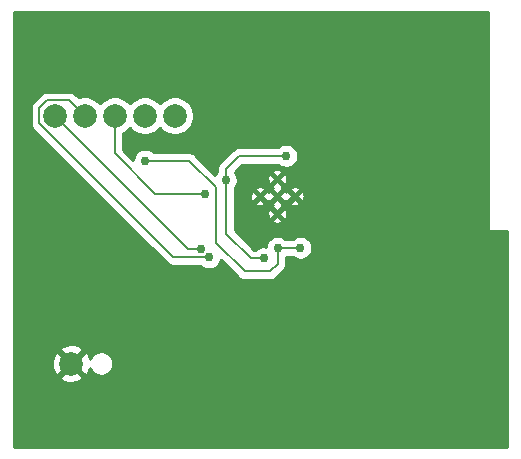
<source format=gbr>
G04 #@! TF.GenerationSoftware,KiCad,Pcbnew,(5.1.7)-1*
G04 #@! TF.CreationDate,2020-11-17T18:58:21-06:00*
G04 #@! TF.ProjectId,RFB,5246422e-6b69-4636-9164-5f7063625858,rev?*
G04 #@! TF.SameCoordinates,Original*
G04 #@! TF.FileFunction,Copper,L2,Bot*
G04 #@! TF.FilePolarity,Positive*
%FSLAX46Y46*%
G04 Gerber Fmt 4.6, Leading zero omitted, Abs format (unit mm)*
G04 Created by KiCad (PCBNEW (5.1.7)-1) date 2020-11-17 18:58:21*
%MOMM*%
%LPD*%
G01*
G04 APERTURE LIST*
G04 #@! TA.AperFunction,ComponentPad*
%ADD10C,2.000000*%
G04 #@! TD*
G04 #@! TA.AperFunction,ComponentPad*
%ADD11C,0.400000*%
G04 #@! TD*
G04 #@! TA.AperFunction,ViaPad*
%ADD12C,0.762000*%
G04 #@! TD*
G04 #@! TA.AperFunction,Conductor*
%ADD13C,0.203200*%
G04 #@! TD*
G04 #@! TA.AperFunction,Conductor*
%ADD14C,0.254000*%
G04 #@! TD*
G04 #@! TA.AperFunction,Conductor*
%ADD15C,0.100000*%
G04 #@! TD*
G04 APERTURE END LIST*
D10*
G04 #@! TO.P,J1,1*
G04 #@! TO.N,GND*
X107111400Y-81215800D03*
G04 #@! TD*
D11*
G04 #@! TO.P,TxRxMCU1,38*
G04 #@! TO.N,GND*
X123081400Y-67050800D03*
G04 #@! TO.P,TxRxMCU1,37*
X124556400Y-65575800D03*
G04 #@! TO.P,TxRxMCU1,36*
X126031400Y-67050800D03*
G04 #@! TO.P,TxRxMCU1,35*
X124556400Y-68525800D03*
G04 #@! TO.P,TxRxMCU1,34*
X124556400Y-67050800D03*
G04 #@! TD*
D10*
G04 #@! TO.P,J2,5*
G04 #@! TO.N,Net-(J2-Pad5)*
X105711400Y-60235800D03*
G04 #@! TO.P,J2,4*
G04 #@! TO.N,Net-(J2-Pad4)*
X108251400Y-60235800D03*
G04 #@! TO.P,J2,3*
G04 #@! TO.N,/nRESET*
X110791400Y-60235800D03*
G04 #@! TO.P,J2,2*
G04 #@! TO.N,/JTAG_TCKS*
X113331400Y-60235800D03*
G04 #@! TO.P,J2,1*
G04 #@! TO.N,/JTAG_TMSC*
X115871400Y-60235800D03*
G04 #@! TD*
D12*
G04 #@! TO.N,GND*
X141732000Y-70104000D03*
X141732000Y-70866000D03*
X141732000Y-71628000D03*
X141732000Y-72390000D03*
X141732000Y-73152000D03*
X141732000Y-73914000D03*
X141732000Y-74676000D03*
X141732000Y-75438000D03*
X141732000Y-76200000D03*
X141732000Y-76962000D03*
X141732000Y-77724000D03*
X140970000Y-70104000D03*
X140208000Y-70104000D03*
X139446000Y-70104000D03*
X141732000Y-78486000D03*
X141732000Y-67056000D03*
X140970000Y-67056000D03*
X140208000Y-67056000D03*
X139446000Y-67056000D03*
X141732000Y-66294000D03*
X141732000Y-65532000D03*
X141732000Y-64770000D03*
X141732000Y-64008000D03*
X141732000Y-63246000D03*
X138684000Y-67056000D03*
X141732000Y-79248000D03*
X141732000Y-80010000D03*
X141732000Y-81534000D03*
X141732000Y-80772000D03*
X141732000Y-82296000D03*
X141732000Y-83820000D03*
X141732000Y-83058000D03*
X141732000Y-84582000D03*
X141732000Y-86106000D03*
X141732000Y-85344000D03*
X141732000Y-86868000D03*
X141732000Y-87630000D03*
X137922000Y-67056000D03*
X137160000Y-67056000D03*
X136398000Y-67056000D03*
X135636000Y-67056000D03*
X134874000Y-67056000D03*
X141732000Y-62484000D03*
X141732000Y-61722000D03*
X141732000Y-60960000D03*
X141732000Y-60198000D03*
X141732000Y-59436000D03*
X141732000Y-58674000D03*
X141732000Y-57150000D03*
X141732000Y-57912000D03*
X141732000Y-56388000D03*
X141732000Y-55626000D03*
X141732000Y-54864000D03*
X141732000Y-54102000D03*
X141732000Y-53340000D03*
X141732000Y-52578000D03*
X141732000Y-51816000D03*
X111531400Y-70495800D03*
X124890400Y-54226800D03*
X124236400Y-80590800D03*
X143687800Y-75641200D03*
G04 #@! TO.N,/VDDS*
X120201400Y-65685800D03*
X125311400Y-63635800D03*
X123401400Y-72315800D03*
G04 #@! TO.N,/nRESET*
X118471400Y-66855800D03*
G04 #@! TO.N,/VDDR*
X126521400Y-71415800D03*
X113366400Y-64030800D03*
X124601400Y-71415800D03*
G04 #@! TO.N,Net-(J2-Pad5)*
X118071400Y-71505800D03*
G04 #@! TO.N,Net-(J2-Pad4)*
X118771400Y-72215800D03*
G04 #@! TD*
D13*
G04 #@! TO.N,/VDDS*
X123401400Y-72315800D02*
X122311400Y-72315800D01*
X120201400Y-70205800D02*
X120201400Y-65685800D01*
X122311400Y-72315800D02*
X120201400Y-70205800D01*
X120201400Y-65685800D02*
X120201400Y-64725800D01*
X121291400Y-63635800D02*
X125311400Y-63635800D01*
X120201400Y-64725800D02*
X121291400Y-63635800D01*
G04 #@! TO.N,/nRESET*
X118471400Y-66855800D02*
X114221400Y-66855800D01*
X110791400Y-63425800D02*
X110791400Y-60235800D01*
X114221400Y-66855800D02*
X110791400Y-63425800D01*
G04 #@! TO.N,/VDDR*
X124601400Y-71415800D02*
X126521400Y-71415800D01*
X113366400Y-64030800D02*
X117076400Y-64030800D01*
X117076400Y-64030800D02*
X119351400Y-66305800D01*
X119351400Y-66305800D02*
X119351400Y-70975800D01*
X119351400Y-70975800D02*
X121791400Y-73415800D01*
X121791400Y-73415800D02*
X123931400Y-73415800D01*
X124601400Y-72745800D02*
X124601400Y-71415800D01*
X123931400Y-73415800D02*
X124601400Y-72745800D01*
G04 #@! TO.N,Net-(J2-Pad5)*
X105711400Y-60235800D02*
X116981400Y-71505800D01*
X116981400Y-71505800D02*
X118071400Y-71505800D01*
G04 #@! TO.N,Net-(J2-Pad4)*
X104409799Y-60860569D02*
X115765030Y-72215800D01*
X104409799Y-59611031D02*
X104409799Y-60860569D01*
X105086631Y-58934199D02*
X104409799Y-59611031D01*
X106949799Y-58934199D02*
X105086631Y-58934199D01*
X108251400Y-60235800D02*
X106949799Y-58934199D01*
X115765030Y-72215800D02*
X118771400Y-72215800D01*
G04 #@! TD*
D14*
G04 #@! TO.N,GND*
X142373000Y-69850000D02*
X142375440Y-69874776D01*
X142382667Y-69898601D01*
X142394403Y-69920557D01*
X142410197Y-69939803D01*
X142429443Y-69955597D01*
X142451399Y-69967333D01*
X142475224Y-69974560D01*
X142500000Y-69977000D01*
X144018000Y-69977000D01*
X144018000Y-88240000D01*
X102260000Y-88240000D01*
X102260000Y-82351213D01*
X106155592Y-82351213D01*
X106251356Y-82615614D01*
X106540971Y-82756504D01*
X106852508Y-82838184D01*
X107173995Y-82857518D01*
X107493075Y-82813761D01*
X107797488Y-82708595D01*
X107971444Y-82615614D01*
X108067208Y-82351213D01*
X107111400Y-81395405D01*
X106155592Y-82351213D01*
X102260000Y-82351213D01*
X102260000Y-81278395D01*
X105469682Y-81278395D01*
X105513439Y-81597475D01*
X105618605Y-81901888D01*
X105711586Y-82075844D01*
X105975987Y-82171608D01*
X106931795Y-81215800D01*
X107291005Y-81215800D01*
X108246813Y-82171608D01*
X108511214Y-82075844D01*
X108652104Y-81786229D01*
X108696796Y-81615768D01*
X108734195Y-81706056D01*
X108847463Y-81875574D01*
X108991626Y-82019737D01*
X109161144Y-82133005D01*
X109349502Y-82211026D01*
X109549461Y-82250800D01*
X109753339Y-82250800D01*
X109953298Y-82211026D01*
X110141656Y-82133005D01*
X110311174Y-82019737D01*
X110455337Y-81875574D01*
X110568605Y-81706056D01*
X110646626Y-81517698D01*
X110686400Y-81317739D01*
X110686400Y-81113861D01*
X110646626Y-80913902D01*
X110568605Y-80725544D01*
X110455337Y-80556026D01*
X110311174Y-80411863D01*
X110141656Y-80298595D01*
X109953298Y-80220574D01*
X109753339Y-80180800D01*
X109549461Y-80180800D01*
X109349502Y-80220574D01*
X109161144Y-80298595D01*
X108991626Y-80411863D01*
X108847463Y-80556026D01*
X108734195Y-80725544D01*
X108700201Y-80807611D01*
X108604195Y-80529712D01*
X108511214Y-80355756D01*
X108246813Y-80259992D01*
X107291005Y-81215800D01*
X106931795Y-81215800D01*
X105975987Y-80259992D01*
X105711586Y-80355756D01*
X105570696Y-80645371D01*
X105489016Y-80956908D01*
X105469682Y-81278395D01*
X102260000Y-81278395D01*
X102260000Y-80080387D01*
X106155592Y-80080387D01*
X107111400Y-81036195D01*
X108067208Y-80080387D01*
X107971444Y-79815986D01*
X107681829Y-79675096D01*
X107370292Y-79593416D01*
X107048805Y-79574082D01*
X106729725Y-79617839D01*
X106425312Y-79723005D01*
X106251356Y-79815986D01*
X106155592Y-80080387D01*
X102260000Y-80080387D01*
X102260000Y-59611031D01*
X103669635Y-59611031D01*
X103673199Y-59647215D01*
X103673200Y-60824376D01*
X103669635Y-60860569D01*
X103681001Y-60975964D01*
X103683858Y-61004968D01*
X103702198Y-61065427D01*
X103725977Y-61143816D01*
X103794375Y-61271781D01*
X103799522Y-61278052D01*
X103886425Y-61383944D01*
X103914531Y-61407010D01*
X115218589Y-72711069D01*
X115241655Y-72739175D01*
X115353817Y-72831224D01*
X115481781Y-72899622D01*
X115550712Y-72920532D01*
X115620631Y-72941742D01*
X115765030Y-72955964D01*
X115801216Y-72952400D01*
X118071159Y-72952400D01*
X118123738Y-73004979D01*
X118290144Y-73116168D01*
X118475044Y-73192756D01*
X118671333Y-73231800D01*
X118871467Y-73231800D01*
X119067756Y-73192756D01*
X119252656Y-73116168D01*
X119419062Y-73004979D01*
X119560579Y-72863462D01*
X119671768Y-72697056D01*
X119748356Y-72512156D01*
X119764564Y-72430673D01*
X121244959Y-73911069D01*
X121268025Y-73939175D01*
X121380187Y-74031224D01*
X121508151Y-74099622D01*
X121647001Y-74141742D01*
X121755214Y-74152400D01*
X121755223Y-74152400D01*
X121791399Y-74155963D01*
X121827575Y-74152400D01*
X123895217Y-74152400D01*
X123931400Y-74155964D01*
X123967583Y-74152400D01*
X123967586Y-74152400D01*
X124075799Y-74141742D01*
X124214649Y-74099622D01*
X124342613Y-74031224D01*
X124454775Y-73939175D01*
X124477845Y-73911064D01*
X125096673Y-73292237D01*
X125124774Y-73269175D01*
X125147837Y-73241073D01*
X125147842Y-73241068D01*
X125216823Y-73157014D01*
X125216824Y-73157013D01*
X125285222Y-73029049D01*
X125327342Y-72890199D01*
X125338000Y-72781986D01*
X125338000Y-72781977D01*
X125341563Y-72745801D01*
X125338000Y-72709625D01*
X125338000Y-72152400D01*
X125821159Y-72152400D01*
X125873738Y-72204979D01*
X126040144Y-72316168D01*
X126225044Y-72392756D01*
X126421333Y-72431800D01*
X126621467Y-72431800D01*
X126817756Y-72392756D01*
X127002656Y-72316168D01*
X127169062Y-72204979D01*
X127310579Y-72063462D01*
X127421768Y-71897056D01*
X127498356Y-71712156D01*
X127537400Y-71515867D01*
X127537400Y-71315733D01*
X127498356Y-71119444D01*
X127421768Y-70934544D01*
X127310579Y-70768138D01*
X127169062Y-70626621D01*
X127002656Y-70515432D01*
X126817756Y-70438844D01*
X126621467Y-70399800D01*
X126421333Y-70399800D01*
X126225044Y-70438844D01*
X126040144Y-70515432D01*
X125873738Y-70626621D01*
X125821159Y-70679200D01*
X125301641Y-70679200D01*
X125249062Y-70626621D01*
X125082656Y-70515432D01*
X124897756Y-70438844D01*
X124701467Y-70399800D01*
X124501333Y-70399800D01*
X124305044Y-70438844D01*
X124120144Y-70515432D01*
X123953738Y-70626621D01*
X123812221Y-70768138D01*
X123701032Y-70934544D01*
X123624444Y-71119444D01*
X123585400Y-71315733D01*
X123585400Y-71316495D01*
X123501467Y-71299800D01*
X123301333Y-71299800D01*
X123105044Y-71338844D01*
X122920144Y-71415432D01*
X122753738Y-71526621D01*
X122701159Y-71579200D01*
X122616510Y-71579200D01*
X120938000Y-69900691D01*
X120938000Y-69244931D01*
X124124153Y-69244931D01*
X124272754Y-69315440D01*
X124432255Y-69355605D01*
X124596528Y-69363879D01*
X124759258Y-69339947D01*
X124914192Y-69284728D01*
X124988647Y-69244931D01*
X124983041Y-69055679D01*
X124556400Y-68629038D01*
X124129759Y-69055679D01*
X124124153Y-69244931D01*
X120938000Y-69244931D01*
X120938000Y-68565928D01*
X123718321Y-68565928D01*
X123742253Y-68728658D01*
X123797472Y-68883592D01*
X123837269Y-68958047D01*
X124026521Y-68952441D01*
X124453162Y-68525800D01*
X124659638Y-68525800D01*
X125086279Y-68952441D01*
X125275531Y-68958047D01*
X125346040Y-68809446D01*
X125386205Y-68649945D01*
X125394479Y-68485672D01*
X125370547Y-68322942D01*
X125315328Y-68168008D01*
X125275531Y-68093553D01*
X125086279Y-68099159D01*
X124659638Y-68525800D01*
X124453162Y-68525800D01*
X124026521Y-68099159D01*
X123837269Y-68093553D01*
X123766760Y-68242154D01*
X123726595Y-68401655D01*
X123718321Y-68565928D01*
X120938000Y-68565928D01*
X120938000Y-67769931D01*
X122649153Y-67769931D01*
X122797754Y-67840440D01*
X122957255Y-67880605D01*
X123121528Y-67888879D01*
X123284258Y-67864947D01*
X123439192Y-67809728D01*
X123513647Y-67769931D01*
X124124153Y-67769931D01*
X124160563Y-67787207D01*
X124124153Y-67806669D01*
X124129759Y-67995921D01*
X124556400Y-68422562D01*
X124983041Y-67995921D01*
X124988647Y-67806669D01*
X124952237Y-67789393D01*
X124988647Y-67769931D01*
X125599153Y-67769931D01*
X125747754Y-67840440D01*
X125907255Y-67880605D01*
X126071528Y-67888879D01*
X126234258Y-67864947D01*
X126389192Y-67809728D01*
X126463647Y-67769931D01*
X126458041Y-67580679D01*
X126031400Y-67154038D01*
X125604759Y-67580679D01*
X125599153Y-67769931D01*
X124988647Y-67769931D01*
X124983041Y-67580679D01*
X124556400Y-67154038D01*
X124129759Y-67580679D01*
X124124153Y-67769931D01*
X123513647Y-67769931D01*
X123508041Y-67580679D01*
X123081400Y-67154038D01*
X122654759Y-67580679D01*
X122649153Y-67769931D01*
X120938000Y-67769931D01*
X120938000Y-67090928D01*
X122243321Y-67090928D01*
X122267253Y-67253658D01*
X122322472Y-67408592D01*
X122362269Y-67483047D01*
X122551521Y-67477441D01*
X122978162Y-67050800D01*
X123184638Y-67050800D01*
X123611279Y-67477441D01*
X123800531Y-67483047D01*
X123817807Y-67446637D01*
X123837269Y-67483047D01*
X124026521Y-67477441D01*
X124453162Y-67050800D01*
X124659638Y-67050800D01*
X125086279Y-67477441D01*
X125275531Y-67483047D01*
X125292807Y-67446637D01*
X125312269Y-67483047D01*
X125501521Y-67477441D01*
X125928162Y-67050800D01*
X126134638Y-67050800D01*
X126561279Y-67477441D01*
X126750531Y-67483047D01*
X126821040Y-67334446D01*
X126861205Y-67174945D01*
X126869479Y-67010672D01*
X126845547Y-66847942D01*
X126790328Y-66693008D01*
X126750531Y-66618553D01*
X126561279Y-66624159D01*
X126134638Y-67050800D01*
X125928162Y-67050800D01*
X125501521Y-66624159D01*
X125312269Y-66618553D01*
X125294993Y-66654963D01*
X125275531Y-66618553D01*
X125086279Y-66624159D01*
X124659638Y-67050800D01*
X124453162Y-67050800D01*
X124026521Y-66624159D01*
X123837269Y-66618553D01*
X123819993Y-66654963D01*
X123800531Y-66618553D01*
X123611279Y-66624159D01*
X123184638Y-67050800D01*
X122978162Y-67050800D01*
X122551521Y-66624159D01*
X122362269Y-66618553D01*
X122291760Y-66767154D01*
X122251595Y-66926655D01*
X122243321Y-67090928D01*
X120938000Y-67090928D01*
X120938000Y-66386041D01*
X120990579Y-66333462D01*
X120991777Y-66331669D01*
X122649153Y-66331669D01*
X122654759Y-66520921D01*
X123081400Y-66947562D01*
X123508041Y-66520921D01*
X123513647Y-66331669D01*
X123436220Y-66294931D01*
X124124153Y-66294931D01*
X124160563Y-66312207D01*
X124124153Y-66331669D01*
X124129759Y-66520921D01*
X124556400Y-66947562D01*
X124983041Y-66520921D01*
X124988647Y-66331669D01*
X125599153Y-66331669D01*
X125604759Y-66520921D01*
X126031400Y-66947562D01*
X126458041Y-66520921D01*
X126463647Y-66331669D01*
X126315046Y-66261160D01*
X126155545Y-66220995D01*
X125991272Y-66212721D01*
X125828542Y-66236653D01*
X125673608Y-66291872D01*
X125599153Y-66331669D01*
X124988647Y-66331669D01*
X124952237Y-66314393D01*
X124988647Y-66294931D01*
X124983041Y-66105679D01*
X124556400Y-65679038D01*
X124129759Y-66105679D01*
X124124153Y-66294931D01*
X123436220Y-66294931D01*
X123365046Y-66261160D01*
X123205545Y-66220995D01*
X123041272Y-66212721D01*
X122878542Y-66236653D01*
X122723608Y-66291872D01*
X122649153Y-66331669D01*
X120991777Y-66331669D01*
X121101768Y-66167056D01*
X121178356Y-65982156D01*
X121217400Y-65785867D01*
X121217400Y-65615928D01*
X123718321Y-65615928D01*
X123742253Y-65778658D01*
X123797472Y-65933592D01*
X123837269Y-66008047D01*
X124026521Y-66002441D01*
X124453162Y-65575800D01*
X124659638Y-65575800D01*
X125086279Y-66002441D01*
X125275531Y-66008047D01*
X125346040Y-65859446D01*
X125386205Y-65699945D01*
X125394479Y-65535672D01*
X125370547Y-65372942D01*
X125315328Y-65218008D01*
X125275531Y-65143553D01*
X125086279Y-65149159D01*
X124659638Y-65575800D01*
X124453162Y-65575800D01*
X124026521Y-65149159D01*
X123837269Y-65143553D01*
X123766760Y-65292154D01*
X123726595Y-65451655D01*
X123718321Y-65615928D01*
X121217400Y-65615928D01*
X121217400Y-65585733D01*
X121178356Y-65389444D01*
X121101768Y-65204544D01*
X120990579Y-65038138D01*
X120960675Y-65008234D01*
X121112240Y-64856669D01*
X124124153Y-64856669D01*
X124129759Y-65045921D01*
X124556400Y-65472562D01*
X124983041Y-65045921D01*
X124988647Y-64856669D01*
X124840046Y-64786160D01*
X124680545Y-64745995D01*
X124516272Y-64737721D01*
X124353542Y-64761653D01*
X124198608Y-64816872D01*
X124124153Y-64856669D01*
X121112240Y-64856669D01*
X121596510Y-64372400D01*
X124611159Y-64372400D01*
X124663738Y-64424979D01*
X124830144Y-64536168D01*
X125015044Y-64612756D01*
X125211333Y-64651800D01*
X125411467Y-64651800D01*
X125607756Y-64612756D01*
X125792656Y-64536168D01*
X125959062Y-64424979D01*
X126100579Y-64283462D01*
X126211768Y-64117056D01*
X126288356Y-63932156D01*
X126327400Y-63735867D01*
X126327400Y-63535733D01*
X126288356Y-63339444D01*
X126211768Y-63154544D01*
X126100579Y-62988138D01*
X125959062Y-62846621D01*
X125792656Y-62735432D01*
X125607756Y-62658844D01*
X125411467Y-62619800D01*
X125211333Y-62619800D01*
X125015044Y-62658844D01*
X124830144Y-62735432D01*
X124663738Y-62846621D01*
X124611159Y-62899200D01*
X121327586Y-62899200D01*
X121291400Y-62895636D01*
X121255214Y-62899200D01*
X121147001Y-62909858D01*
X121008151Y-62951978D01*
X120880187Y-63020376D01*
X120768025Y-63112425D01*
X120744959Y-63140531D01*
X119706132Y-64179359D01*
X119678026Y-64202425D01*
X119654960Y-64230531D01*
X119654958Y-64230533D01*
X119585976Y-64314588D01*
X119517578Y-64442553D01*
X119475459Y-64581402D01*
X119461236Y-64725800D01*
X119464801Y-64761993D01*
X119464801Y-64985558D01*
X119412221Y-65038138D01*
X119301032Y-65204544D01*
X119298344Y-65211034D01*
X117622846Y-63535536D01*
X117599775Y-63507425D01*
X117487613Y-63415376D01*
X117359649Y-63346978D01*
X117220799Y-63304858D01*
X117112586Y-63294200D01*
X117112583Y-63294200D01*
X117076400Y-63290636D01*
X117040217Y-63294200D01*
X114066641Y-63294200D01*
X114014062Y-63241621D01*
X113847656Y-63130432D01*
X113662756Y-63053844D01*
X113466467Y-63014800D01*
X113266333Y-63014800D01*
X113070044Y-63053844D01*
X112885144Y-63130432D01*
X112718738Y-63241621D01*
X112577221Y-63383138D01*
X112466032Y-63549544D01*
X112389444Y-63734444D01*
X112350400Y-63930733D01*
X112350400Y-63943091D01*
X111528000Y-63120691D01*
X111528000Y-61700401D01*
X111565863Y-61684718D01*
X111833652Y-61505787D01*
X112061387Y-61278052D01*
X112061400Y-61278033D01*
X112061413Y-61278052D01*
X112289148Y-61505787D01*
X112556937Y-61684718D01*
X112854488Y-61807968D01*
X113170367Y-61870800D01*
X113492433Y-61870800D01*
X113808312Y-61807968D01*
X114105863Y-61684718D01*
X114373652Y-61505787D01*
X114601387Y-61278052D01*
X114601400Y-61278033D01*
X114601413Y-61278052D01*
X114829148Y-61505787D01*
X115096937Y-61684718D01*
X115394488Y-61807968D01*
X115710367Y-61870800D01*
X116032433Y-61870800D01*
X116348312Y-61807968D01*
X116645863Y-61684718D01*
X116913652Y-61505787D01*
X117141387Y-61278052D01*
X117320318Y-61010263D01*
X117443568Y-60712712D01*
X117506400Y-60396833D01*
X117506400Y-60074767D01*
X117443568Y-59758888D01*
X117320318Y-59461337D01*
X117141387Y-59193548D01*
X116913652Y-58965813D01*
X116645863Y-58786882D01*
X116348312Y-58663632D01*
X116032433Y-58600800D01*
X115710367Y-58600800D01*
X115394488Y-58663632D01*
X115096937Y-58786882D01*
X114829148Y-58965813D01*
X114601413Y-59193548D01*
X114601400Y-59193567D01*
X114601387Y-59193548D01*
X114373652Y-58965813D01*
X114105863Y-58786882D01*
X113808312Y-58663632D01*
X113492433Y-58600800D01*
X113170367Y-58600800D01*
X112854488Y-58663632D01*
X112556937Y-58786882D01*
X112289148Y-58965813D01*
X112061413Y-59193548D01*
X112061400Y-59193567D01*
X112061387Y-59193548D01*
X111833652Y-58965813D01*
X111565863Y-58786882D01*
X111268312Y-58663632D01*
X110952433Y-58600800D01*
X110630367Y-58600800D01*
X110314488Y-58663632D01*
X110016937Y-58786882D01*
X109749148Y-58965813D01*
X109521413Y-59193548D01*
X109521400Y-59193567D01*
X109521387Y-59193548D01*
X109293652Y-58965813D01*
X109025863Y-58786882D01*
X108728312Y-58663632D01*
X108412433Y-58600800D01*
X108090367Y-58600800D01*
X107774488Y-58663632D01*
X107736625Y-58679316D01*
X107496244Y-58438935D01*
X107473174Y-58410824D01*
X107361012Y-58318775D01*
X107233048Y-58250377D01*
X107094198Y-58208257D01*
X106985985Y-58197599D01*
X106985982Y-58197599D01*
X106949799Y-58194035D01*
X106913616Y-58197599D01*
X105122814Y-58197599D01*
X105086631Y-58194035D01*
X105050447Y-58197599D01*
X105050445Y-58197599D01*
X104942232Y-58208257D01*
X104803382Y-58250377D01*
X104675418Y-58318775D01*
X104563256Y-58410824D01*
X104540190Y-58438930D01*
X103914531Y-59064590D01*
X103886424Y-59087657D01*
X103794375Y-59199819D01*
X103725977Y-59327783D01*
X103683857Y-59466633D01*
X103673199Y-59574845D01*
X103669635Y-59611031D01*
X102260000Y-59611031D01*
X102260000Y-51460000D01*
X142373000Y-51460000D01*
X142373000Y-69850000D01*
G04 #@! TA.AperFunction,Conductor*
D15*
G36*
X142373000Y-69850000D02*
G01*
X142375440Y-69874776D01*
X142382667Y-69898601D01*
X142394403Y-69920557D01*
X142410197Y-69939803D01*
X142429443Y-69955597D01*
X142451399Y-69967333D01*
X142475224Y-69974560D01*
X142500000Y-69977000D01*
X144018000Y-69977000D01*
X144018000Y-88240000D01*
X102260000Y-88240000D01*
X102260000Y-82351213D01*
X106155592Y-82351213D01*
X106251356Y-82615614D01*
X106540971Y-82756504D01*
X106852508Y-82838184D01*
X107173995Y-82857518D01*
X107493075Y-82813761D01*
X107797488Y-82708595D01*
X107971444Y-82615614D01*
X108067208Y-82351213D01*
X107111400Y-81395405D01*
X106155592Y-82351213D01*
X102260000Y-82351213D01*
X102260000Y-81278395D01*
X105469682Y-81278395D01*
X105513439Y-81597475D01*
X105618605Y-81901888D01*
X105711586Y-82075844D01*
X105975987Y-82171608D01*
X106931795Y-81215800D01*
X107291005Y-81215800D01*
X108246813Y-82171608D01*
X108511214Y-82075844D01*
X108652104Y-81786229D01*
X108696796Y-81615768D01*
X108734195Y-81706056D01*
X108847463Y-81875574D01*
X108991626Y-82019737D01*
X109161144Y-82133005D01*
X109349502Y-82211026D01*
X109549461Y-82250800D01*
X109753339Y-82250800D01*
X109953298Y-82211026D01*
X110141656Y-82133005D01*
X110311174Y-82019737D01*
X110455337Y-81875574D01*
X110568605Y-81706056D01*
X110646626Y-81517698D01*
X110686400Y-81317739D01*
X110686400Y-81113861D01*
X110646626Y-80913902D01*
X110568605Y-80725544D01*
X110455337Y-80556026D01*
X110311174Y-80411863D01*
X110141656Y-80298595D01*
X109953298Y-80220574D01*
X109753339Y-80180800D01*
X109549461Y-80180800D01*
X109349502Y-80220574D01*
X109161144Y-80298595D01*
X108991626Y-80411863D01*
X108847463Y-80556026D01*
X108734195Y-80725544D01*
X108700201Y-80807611D01*
X108604195Y-80529712D01*
X108511214Y-80355756D01*
X108246813Y-80259992D01*
X107291005Y-81215800D01*
X106931795Y-81215800D01*
X105975987Y-80259992D01*
X105711586Y-80355756D01*
X105570696Y-80645371D01*
X105489016Y-80956908D01*
X105469682Y-81278395D01*
X102260000Y-81278395D01*
X102260000Y-80080387D01*
X106155592Y-80080387D01*
X107111400Y-81036195D01*
X108067208Y-80080387D01*
X107971444Y-79815986D01*
X107681829Y-79675096D01*
X107370292Y-79593416D01*
X107048805Y-79574082D01*
X106729725Y-79617839D01*
X106425312Y-79723005D01*
X106251356Y-79815986D01*
X106155592Y-80080387D01*
X102260000Y-80080387D01*
X102260000Y-59611031D01*
X103669635Y-59611031D01*
X103673199Y-59647215D01*
X103673200Y-60824376D01*
X103669635Y-60860569D01*
X103681001Y-60975964D01*
X103683858Y-61004968D01*
X103702198Y-61065427D01*
X103725977Y-61143816D01*
X103794375Y-61271781D01*
X103799522Y-61278052D01*
X103886425Y-61383944D01*
X103914531Y-61407010D01*
X115218589Y-72711069D01*
X115241655Y-72739175D01*
X115353817Y-72831224D01*
X115481781Y-72899622D01*
X115550712Y-72920532D01*
X115620631Y-72941742D01*
X115765030Y-72955964D01*
X115801216Y-72952400D01*
X118071159Y-72952400D01*
X118123738Y-73004979D01*
X118290144Y-73116168D01*
X118475044Y-73192756D01*
X118671333Y-73231800D01*
X118871467Y-73231800D01*
X119067756Y-73192756D01*
X119252656Y-73116168D01*
X119419062Y-73004979D01*
X119560579Y-72863462D01*
X119671768Y-72697056D01*
X119748356Y-72512156D01*
X119764564Y-72430673D01*
X121244959Y-73911069D01*
X121268025Y-73939175D01*
X121380187Y-74031224D01*
X121508151Y-74099622D01*
X121647001Y-74141742D01*
X121755214Y-74152400D01*
X121755223Y-74152400D01*
X121791399Y-74155963D01*
X121827575Y-74152400D01*
X123895217Y-74152400D01*
X123931400Y-74155964D01*
X123967583Y-74152400D01*
X123967586Y-74152400D01*
X124075799Y-74141742D01*
X124214649Y-74099622D01*
X124342613Y-74031224D01*
X124454775Y-73939175D01*
X124477845Y-73911064D01*
X125096673Y-73292237D01*
X125124774Y-73269175D01*
X125147837Y-73241073D01*
X125147842Y-73241068D01*
X125216823Y-73157014D01*
X125216824Y-73157013D01*
X125285222Y-73029049D01*
X125327342Y-72890199D01*
X125338000Y-72781986D01*
X125338000Y-72781977D01*
X125341563Y-72745801D01*
X125338000Y-72709625D01*
X125338000Y-72152400D01*
X125821159Y-72152400D01*
X125873738Y-72204979D01*
X126040144Y-72316168D01*
X126225044Y-72392756D01*
X126421333Y-72431800D01*
X126621467Y-72431800D01*
X126817756Y-72392756D01*
X127002656Y-72316168D01*
X127169062Y-72204979D01*
X127310579Y-72063462D01*
X127421768Y-71897056D01*
X127498356Y-71712156D01*
X127537400Y-71515867D01*
X127537400Y-71315733D01*
X127498356Y-71119444D01*
X127421768Y-70934544D01*
X127310579Y-70768138D01*
X127169062Y-70626621D01*
X127002656Y-70515432D01*
X126817756Y-70438844D01*
X126621467Y-70399800D01*
X126421333Y-70399800D01*
X126225044Y-70438844D01*
X126040144Y-70515432D01*
X125873738Y-70626621D01*
X125821159Y-70679200D01*
X125301641Y-70679200D01*
X125249062Y-70626621D01*
X125082656Y-70515432D01*
X124897756Y-70438844D01*
X124701467Y-70399800D01*
X124501333Y-70399800D01*
X124305044Y-70438844D01*
X124120144Y-70515432D01*
X123953738Y-70626621D01*
X123812221Y-70768138D01*
X123701032Y-70934544D01*
X123624444Y-71119444D01*
X123585400Y-71315733D01*
X123585400Y-71316495D01*
X123501467Y-71299800D01*
X123301333Y-71299800D01*
X123105044Y-71338844D01*
X122920144Y-71415432D01*
X122753738Y-71526621D01*
X122701159Y-71579200D01*
X122616510Y-71579200D01*
X120938000Y-69900691D01*
X120938000Y-69244931D01*
X124124153Y-69244931D01*
X124272754Y-69315440D01*
X124432255Y-69355605D01*
X124596528Y-69363879D01*
X124759258Y-69339947D01*
X124914192Y-69284728D01*
X124988647Y-69244931D01*
X124983041Y-69055679D01*
X124556400Y-68629038D01*
X124129759Y-69055679D01*
X124124153Y-69244931D01*
X120938000Y-69244931D01*
X120938000Y-68565928D01*
X123718321Y-68565928D01*
X123742253Y-68728658D01*
X123797472Y-68883592D01*
X123837269Y-68958047D01*
X124026521Y-68952441D01*
X124453162Y-68525800D01*
X124659638Y-68525800D01*
X125086279Y-68952441D01*
X125275531Y-68958047D01*
X125346040Y-68809446D01*
X125386205Y-68649945D01*
X125394479Y-68485672D01*
X125370547Y-68322942D01*
X125315328Y-68168008D01*
X125275531Y-68093553D01*
X125086279Y-68099159D01*
X124659638Y-68525800D01*
X124453162Y-68525800D01*
X124026521Y-68099159D01*
X123837269Y-68093553D01*
X123766760Y-68242154D01*
X123726595Y-68401655D01*
X123718321Y-68565928D01*
X120938000Y-68565928D01*
X120938000Y-67769931D01*
X122649153Y-67769931D01*
X122797754Y-67840440D01*
X122957255Y-67880605D01*
X123121528Y-67888879D01*
X123284258Y-67864947D01*
X123439192Y-67809728D01*
X123513647Y-67769931D01*
X124124153Y-67769931D01*
X124160563Y-67787207D01*
X124124153Y-67806669D01*
X124129759Y-67995921D01*
X124556400Y-68422562D01*
X124983041Y-67995921D01*
X124988647Y-67806669D01*
X124952237Y-67789393D01*
X124988647Y-67769931D01*
X125599153Y-67769931D01*
X125747754Y-67840440D01*
X125907255Y-67880605D01*
X126071528Y-67888879D01*
X126234258Y-67864947D01*
X126389192Y-67809728D01*
X126463647Y-67769931D01*
X126458041Y-67580679D01*
X126031400Y-67154038D01*
X125604759Y-67580679D01*
X125599153Y-67769931D01*
X124988647Y-67769931D01*
X124983041Y-67580679D01*
X124556400Y-67154038D01*
X124129759Y-67580679D01*
X124124153Y-67769931D01*
X123513647Y-67769931D01*
X123508041Y-67580679D01*
X123081400Y-67154038D01*
X122654759Y-67580679D01*
X122649153Y-67769931D01*
X120938000Y-67769931D01*
X120938000Y-67090928D01*
X122243321Y-67090928D01*
X122267253Y-67253658D01*
X122322472Y-67408592D01*
X122362269Y-67483047D01*
X122551521Y-67477441D01*
X122978162Y-67050800D01*
X123184638Y-67050800D01*
X123611279Y-67477441D01*
X123800531Y-67483047D01*
X123817807Y-67446637D01*
X123837269Y-67483047D01*
X124026521Y-67477441D01*
X124453162Y-67050800D01*
X124659638Y-67050800D01*
X125086279Y-67477441D01*
X125275531Y-67483047D01*
X125292807Y-67446637D01*
X125312269Y-67483047D01*
X125501521Y-67477441D01*
X125928162Y-67050800D01*
X126134638Y-67050800D01*
X126561279Y-67477441D01*
X126750531Y-67483047D01*
X126821040Y-67334446D01*
X126861205Y-67174945D01*
X126869479Y-67010672D01*
X126845547Y-66847942D01*
X126790328Y-66693008D01*
X126750531Y-66618553D01*
X126561279Y-66624159D01*
X126134638Y-67050800D01*
X125928162Y-67050800D01*
X125501521Y-66624159D01*
X125312269Y-66618553D01*
X125294993Y-66654963D01*
X125275531Y-66618553D01*
X125086279Y-66624159D01*
X124659638Y-67050800D01*
X124453162Y-67050800D01*
X124026521Y-66624159D01*
X123837269Y-66618553D01*
X123819993Y-66654963D01*
X123800531Y-66618553D01*
X123611279Y-66624159D01*
X123184638Y-67050800D01*
X122978162Y-67050800D01*
X122551521Y-66624159D01*
X122362269Y-66618553D01*
X122291760Y-66767154D01*
X122251595Y-66926655D01*
X122243321Y-67090928D01*
X120938000Y-67090928D01*
X120938000Y-66386041D01*
X120990579Y-66333462D01*
X120991777Y-66331669D01*
X122649153Y-66331669D01*
X122654759Y-66520921D01*
X123081400Y-66947562D01*
X123508041Y-66520921D01*
X123513647Y-66331669D01*
X123436220Y-66294931D01*
X124124153Y-66294931D01*
X124160563Y-66312207D01*
X124124153Y-66331669D01*
X124129759Y-66520921D01*
X124556400Y-66947562D01*
X124983041Y-66520921D01*
X124988647Y-66331669D01*
X125599153Y-66331669D01*
X125604759Y-66520921D01*
X126031400Y-66947562D01*
X126458041Y-66520921D01*
X126463647Y-66331669D01*
X126315046Y-66261160D01*
X126155545Y-66220995D01*
X125991272Y-66212721D01*
X125828542Y-66236653D01*
X125673608Y-66291872D01*
X125599153Y-66331669D01*
X124988647Y-66331669D01*
X124952237Y-66314393D01*
X124988647Y-66294931D01*
X124983041Y-66105679D01*
X124556400Y-65679038D01*
X124129759Y-66105679D01*
X124124153Y-66294931D01*
X123436220Y-66294931D01*
X123365046Y-66261160D01*
X123205545Y-66220995D01*
X123041272Y-66212721D01*
X122878542Y-66236653D01*
X122723608Y-66291872D01*
X122649153Y-66331669D01*
X120991777Y-66331669D01*
X121101768Y-66167056D01*
X121178356Y-65982156D01*
X121217400Y-65785867D01*
X121217400Y-65615928D01*
X123718321Y-65615928D01*
X123742253Y-65778658D01*
X123797472Y-65933592D01*
X123837269Y-66008047D01*
X124026521Y-66002441D01*
X124453162Y-65575800D01*
X124659638Y-65575800D01*
X125086279Y-66002441D01*
X125275531Y-66008047D01*
X125346040Y-65859446D01*
X125386205Y-65699945D01*
X125394479Y-65535672D01*
X125370547Y-65372942D01*
X125315328Y-65218008D01*
X125275531Y-65143553D01*
X125086279Y-65149159D01*
X124659638Y-65575800D01*
X124453162Y-65575800D01*
X124026521Y-65149159D01*
X123837269Y-65143553D01*
X123766760Y-65292154D01*
X123726595Y-65451655D01*
X123718321Y-65615928D01*
X121217400Y-65615928D01*
X121217400Y-65585733D01*
X121178356Y-65389444D01*
X121101768Y-65204544D01*
X120990579Y-65038138D01*
X120960675Y-65008234D01*
X121112240Y-64856669D01*
X124124153Y-64856669D01*
X124129759Y-65045921D01*
X124556400Y-65472562D01*
X124983041Y-65045921D01*
X124988647Y-64856669D01*
X124840046Y-64786160D01*
X124680545Y-64745995D01*
X124516272Y-64737721D01*
X124353542Y-64761653D01*
X124198608Y-64816872D01*
X124124153Y-64856669D01*
X121112240Y-64856669D01*
X121596510Y-64372400D01*
X124611159Y-64372400D01*
X124663738Y-64424979D01*
X124830144Y-64536168D01*
X125015044Y-64612756D01*
X125211333Y-64651800D01*
X125411467Y-64651800D01*
X125607756Y-64612756D01*
X125792656Y-64536168D01*
X125959062Y-64424979D01*
X126100579Y-64283462D01*
X126211768Y-64117056D01*
X126288356Y-63932156D01*
X126327400Y-63735867D01*
X126327400Y-63535733D01*
X126288356Y-63339444D01*
X126211768Y-63154544D01*
X126100579Y-62988138D01*
X125959062Y-62846621D01*
X125792656Y-62735432D01*
X125607756Y-62658844D01*
X125411467Y-62619800D01*
X125211333Y-62619800D01*
X125015044Y-62658844D01*
X124830144Y-62735432D01*
X124663738Y-62846621D01*
X124611159Y-62899200D01*
X121327586Y-62899200D01*
X121291400Y-62895636D01*
X121255214Y-62899200D01*
X121147001Y-62909858D01*
X121008151Y-62951978D01*
X120880187Y-63020376D01*
X120768025Y-63112425D01*
X120744959Y-63140531D01*
X119706132Y-64179359D01*
X119678026Y-64202425D01*
X119654960Y-64230531D01*
X119654958Y-64230533D01*
X119585976Y-64314588D01*
X119517578Y-64442553D01*
X119475459Y-64581402D01*
X119461236Y-64725800D01*
X119464801Y-64761993D01*
X119464801Y-64985558D01*
X119412221Y-65038138D01*
X119301032Y-65204544D01*
X119298344Y-65211034D01*
X117622846Y-63535536D01*
X117599775Y-63507425D01*
X117487613Y-63415376D01*
X117359649Y-63346978D01*
X117220799Y-63304858D01*
X117112586Y-63294200D01*
X117112583Y-63294200D01*
X117076400Y-63290636D01*
X117040217Y-63294200D01*
X114066641Y-63294200D01*
X114014062Y-63241621D01*
X113847656Y-63130432D01*
X113662756Y-63053844D01*
X113466467Y-63014800D01*
X113266333Y-63014800D01*
X113070044Y-63053844D01*
X112885144Y-63130432D01*
X112718738Y-63241621D01*
X112577221Y-63383138D01*
X112466032Y-63549544D01*
X112389444Y-63734444D01*
X112350400Y-63930733D01*
X112350400Y-63943091D01*
X111528000Y-63120691D01*
X111528000Y-61700401D01*
X111565863Y-61684718D01*
X111833652Y-61505787D01*
X112061387Y-61278052D01*
X112061400Y-61278033D01*
X112061413Y-61278052D01*
X112289148Y-61505787D01*
X112556937Y-61684718D01*
X112854488Y-61807968D01*
X113170367Y-61870800D01*
X113492433Y-61870800D01*
X113808312Y-61807968D01*
X114105863Y-61684718D01*
X114373652Y-61505787D01*
X114601387Y-61278052D01*
X114601400Y-61278033D01*
X114601413Y-61278052D01*
X114829148Y-61505787D01*
X115096937Y-61684718D01*
X115394488Y-61807968D01*
X115710367Y-61870800D01*
X116032433Y-61870800D01*
X116348312Y-61807968D01*
X116645863Y-61684718D01*
X116913652Y-61505787D01*
X117141387Y-61278052D01*
X117320318Y-61010263D01*
X117443568Y-60712712D01*
X117506400Y-60396833D01*
X117506400Y-60074767D01*
X117443568Y-59758888D01*
X117320318Y-59461337D01*
X117141387Y-59193548D01*
X116913652Y-58965813D01*
X116645863Y-58786882D01*
X116348312Y-58663632D01*
X116032433Y-58600800D01*
X115710367Y-58600800D01*
X115394488Y-58663632D01*
X115096937Y-58786882D01*
X114829148Y-58965813D01*
X114601413Y-59193548D01*
X114601400Y-59193567D01*
X114601387Y-59193548D01*
X114373652Y-58965813D01*
X114105863Y-58786882D01*
X113808312Y-58663632D01*
X113492433Y-58600800D01*
X113170367Y-58600800D01*
X112854488Y-58663632D01*
X112556937Y-58786882D01*
X112289148Y-58965813D01*
X112061413Y-59193548D01*
X112061400Y-59193567D01*
X112061387Y-59193548D01*
X111833652Y-58965813D01*
X111565863Y-58786882D01*
X111268312Y-58663632D01*
X110952433Y-58600800D01*
X110630367Y-58600800D01*
X110314488Y-58663632D01*
X110016937Y-58786882D01*
X109749148Y-58965813D01*
X109521413Y-59193548D01*
X109521400Y-59193567D01*
X109521387Y-59193548D01*
X109293652Y-58965813D01*
X109025863Y-58786882D01*
X108728312Y-58663632D01*
X108412433Y-58600800D01*
X108090367Y-58600800D01*
X107774488Y-58663632D01*
X107736625Y-58679316D01*
X107496244Y-58438935D01*
X107473174Y-58410824D01*
X107361012Y-58318775D01*
X107233048Y-58250377D01*
X107094198Y-58208257D01*
X106985985Y-58197599D01*
X106985982Y-58197599D01*
X106949799Y-58194035D01*
X106913616Y-58197599D01*
X105122814Y-58197599D01*
X105086631Y-58194035D01*
X105050447Y-58197599D01*
X105050445Y-58197599D01*
X104942232Y-58208257D01*
X104803382Y-58250377D01*
X104675418Y-58318775D01*
X104563256Y-58410824D01*
X104540190Y-58438930D01*
X103914531Y-59064590D01*
X103886424Y-59087657D01*
X103794375Y-59199819D01*
X103725977Y-59327783D01*
X103683857Y-59466633D01*
X103673199Y-59574845D01*
X103669635Y-59611031D01*
X102260000Y-59611031D01*
X102260000Y-51460000D01*
X142373000Y-51460000D01*
X142373000Y-69850000D01*
G37*
G04 #@! TD.AperFunction*
G04 #@! TD*
M02*

</source>
